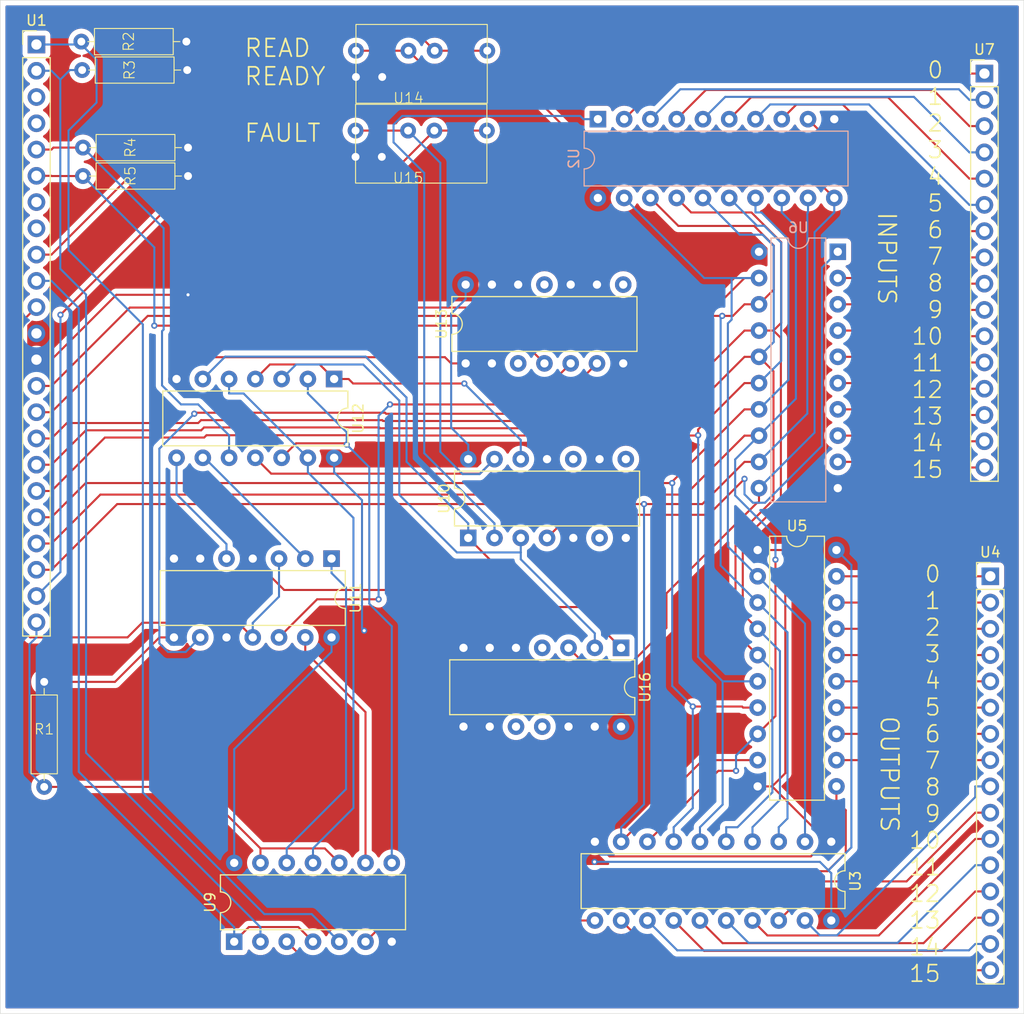
<source format=kicad_pcb>
(kicad_pcb (version 20240108) (generator "pcbnew") (generator_version "8.0")
  (layers (0 "F.Cu" signal) (31 "B.Cu" signal) (34 "B.Paste" user) (35 "F.Paste" user) (36 "B.SilkS" user "B.Silkscreen") (37 "F.SilkS" user "F.Silkscreen") (38 "B.Mask" user) (39 "F.Mask" user) (44 "Edge.Cuts" user))
  (net 0 "")
  (net 1 "Net-(U1-ENABLE)")
  (net 2 "Net-(U1-GND)")
  (net 3 "Net-(U1-READ_0)")
  (net 4 "Net-(U1-READ_1)")
  (net 5 "Net-(U1-WRITE_0)")
  (net 6 "Net-(U1-WRITE_1)")
  (net 8 "Net-(U1-D1)")
  (net 9 "Net-(U1-FAULT)")
  (net 11 "Net-(U1-CLK_A)")
  (net 12 "Net-(U1-D4)")
  (net 13 "Net-(U1-D0)")
  (net 15 "Net-(U1-CLK_B)")
  (net 16 "Net-(U1-READ_READY)")
  (net 17 "Net-(U1-D2)")
  (net 19 "Net-(U1-D5)")
  (net 20 "Net-(U1-V+)")
  (net 21 "Net-(U1-D7)")
  (net 22 "Net-(U1-D6)")
  (net 23 "Net-(U1-D3)")
  (net 24 "Net-(U2-D6)")
  (net 25 "Net-(U2-D7)")
  (net 26 "Net-(U2-D5)")
  (net 27 "Net-(U2-D3)")
  (net 28 "Net-(U2-D0)")
  (net 29 "Net-(U2-D4)")
  (net 30 "Net-(U2-D1)")
  (net 31 "Net-(U10-O0)")
  (net 32 "Net-(U14-IN)")
  (net 33 "Net-(U2-D2)")
  (net 34 "Net-(U3-Q6)")
  (net 35 "Net-(U3-Q4)")
  (net 36 "Net-(U3-CLK)")
  (net 37 "Net-(U3-Q3)")
  (net 38 "Net-(U3-Q1)")
  (net 39 "Net-(U3-Q0)")
  (net 40 "Net-(U3-Q7)")
  (net 41 "Net-(U3-Q2)")
  (net 42 "Net-(U3-Q5)")
  (net 43 "Net-(U4-7)")
  (net 44 "Net-(U4-6)")
  (net 45 "Net-(U4-5)")
  (net 46 "Net-(U4-2)")
  (net 47 "Net-(U4-3)")
  (net 48 "Net-(U4-0)")
  (net 49 "Net-(U4-4)")
  (net 50 "Net-(U4-1)")
  (net 51 "Net-(U5-CLK)")
  (net 52 "Net-(U6-D6)")
  (net 53 "Net-(U6-D0)")
  (net 54 "Net-(U6-D2)")
  (net 55 "Net-(U6-D7)")
  (net 56 "Net-(U6-D4)")
  (net 57 "Net-(U6-D3)")
  (net 58 "Net-(U6-D1)")
  (net 59 "Net-(U10-O1)")
  (net 60 "Net-(U6-D5)")
  (net 61 "Net-(U12-2B)")
  (net 62 "Net-(U11-0Q)")
  (net 63 "Net-(U11-1Q)")
  (net 64 "Net-(U12-1B)")
  (net 66 "Net-(U10-I0)")
  (net 67 "Net-(U10-I1)")
  (net 69 "Net-(U10-I5)")
  (net 71 "Net-(U10-O5)")
  (net 72 "Net-(U11-0D)")
  (net 73 "Net-(U11-1D)")
  (net 74 "Net-(U11-1Q3)")
  (net 75 "Net-(U11-0Q#)")
  (footprint "custom_footprint_library:0.4_pitch_resistor" (layer "F.Cu") (at 73.08 36.5 90)
    (property "Reference" "R5")
    (property "Value" "10k")
  )
  (footprint "custom_footprint_library:0.4_pitch_resistor" (layer "F.Cu") (at 64.25 90.5)
    (property "Reference" "R1")
    (property "Value" "10k")
  )
  (footprint "Package_DIP:DIP-20_W7.62mm" (layer "F.Cu") (at 140.37 100.88 -90)
    (property "Reference" "U3")
    (property "Value" "~")
  )
  (footprint "Package_DIP:DIP-14_W7.62mm" (layer "F.Cu") (at 105.01 54.62 90)
    (property "Reference" "U13")
    (property "Value" "~")
  )
  (footprint "custom_footprint_library:jumper" (layer "F.Cu") (at 99.443 37.185)
    (property "Reference" "U15")
    (property "Value" "~")
  )
  (footprint "Connector_PinHeader_2.54mm:PinHeader_1x16_P2.54mm_Vertical" (layer "F.Cu") (at 155.75 75.21)
    (property "Reference" "U4")
    (property "Value" "~")
  )
  (footprint "custom_footprint_library:0.4_pitch_resistor" (layer "F.Cu") (at 72.92 23.5 90)
    (property "Reference" "R2")
    (property "Value" "10k")
  )
  (footprint "Package_DIP:DIP-14_W7.62mm" (layer "F.Cu") (at 105.26 71.5 90)
    (property "Reference" "U10")
    (property "Value" "~")
  )
  (footprint "Connector_PinHeader_2.54mm:PinHeader_1x16_P2.54mm_Vertical" (layer "F.Cu") (at 155.18 26.59)
    (property "Reference" "U7")
    (property "Value" "~")
  )
  (footprint "custom_footprint_library:0.4_pitch_resistor" (layer "F.Cu") (at 73.08 33.75 90)
    (property "Reference" "R4")
    (property "Value" "10k")
  )
  (footprint "Package_DIP:DIP-14_W7.62mm" (layer "F.Cu") (at 92.04 73.5 -90)
    (property "Reference" "U11")
    (property "Value" "~")
  )
  (footprint "Connector_PinHeader_2.54mm:PinHeader_1x23_P2.54mm_Vertical" (layer "F.Cu") (at 63.5 23.78)
    (property "Reference" "U1")
    (property "Value" "~")
  )
  (footprint "custom_footprint_library:jumper" (layer "F.Cu") (at 99.48 29.46)
    (property "Reference" "U14")
    (property "Value" "~")
  )
  (footprint "custom_footprint_library:0.4_pitch_resistor" (layer "F.Cu") (at 73 26.25 90)
    (property "Reference" "R3")
    (property "Value" "10k")
  )
  (footprint "Package_DIP:DIP-20_W7.62mm" (layer "F.Cu") (at 133.25 72.67)
    (property "Reference" "U5")
    (property "Value" "~")
  )
  (footprint "Package_DIP:DIP-14_W7.62mm" (layer "F.Cu") (at 120.04 82.13 -90)
    (property "Reference" "U16")
    (property "Value" "~")
  )
  (footprint "Package_DIP:DIP-14_W7.62mm" (layer "F.Cu") (at 92.29 56.13 -90)
    (property "Reference" "U12")
    (property "Value" "~")
  )
  (footprint "Package_DIP:DIP-14_W7.62mm" (layer "F.Cu") (at 82.625 110.55 90)
    (property "Reference" "U9")
    (property "Value" "~")
  )
  (footprint "Package_DIP:DIP-20_W7.62mm" (layer "B.Cu") (at 141 43.825 180)
    (property "Reference" "U6")
    (property "Value" "~")
  )
  (footprint "Package_DIP:DIP-20_W7.62mm" (layer "B.Cu") (at 117.8 31 -90)
    (property "Reference" "U2")
    (property "Value" "~")
  )
  (gr_rect (start 60 19.5) (end 159 117.5) (stroke (width 0.05)) (fill none) (layer "Edge.Cuts"))
  (gr_text "OUTPUTS" (at 145 88.61 -90) (layer "F.SilkS") (effects (font (size 1.7 1.7) (thickness 0.17)) (justify left bottom)))
  (gr_text "INPUTS" (at 144.75 39.86 270) (layer "F.SilkS") (effects (font (size 1.7 1.7) (thickness 0.17)) (justify left bottom)))
  (gr_text_box "0\n1\n2\n3\n4\n5\n6\n7\n8\n9\n10\n11\n12\n13\n14\n15" (start 146.75 24.11) (end 152.5 65.89) (layer "F.SilkS") (effects (font (size 1.6 1.6) (thickness 0.16)) (justify right top)) (border no))
  (gr_text_box "READ READY\n\nFAULT" (start 82.233 21.855) (end 94.363 37.185) (layer "F.SilkS") (effects (font (size 1.7 1.7) (thickness 0.17)) (justify left top)) (border no) (stroke (width 0.1)))
  (gr_text_box "0\n1\n2\n3\n4\n5\n6\n7\n8\n9\n10\n11\n12\n13\n14\n15" (start 146.5 72.86) (end 152.25 114.64) (layer "F.SilkS") (effects (font (size 1.6 1.6) (thickness 0.16)) (justify right top)) (border no))
  (segment (start 85.165 102.93) (end 85.165 101.5283) (width 0.2) (layer "F.Cu") (net 1))
  (segment (start 85.165 101.5283) (end 91.3833 101.5283) (width 0.2) (layer "F.Cu") (net 1))
  (segment (start 79.2167 95.58) (end 85.165 101.5283) (width 0.2) (layer "F.Cu") (net 1))
  (segment (start 91.3833 101.5283) (end 92.785 102.93) (width 0.2) (layer "F.Cu") (net 1))
  (segment (start 64.25 95.58) (end 79.2167 95.58) (width 0.2) (layer "F.Cu") (net 1))
  (segment (start 63.5 79.66) (end 63.5 81.1117) (width 0.2) (layer "B.Cu") (net 1))
  (segment (start 64.25 95.58) (end 62.8281 94.1581) (width 0.2) (layer "B.Cu") (net 1))
  (segment (start 62.8281 81.7836) (end 63.5 81.1117) (width 0.2) (layer "B.Cu") (net 1))
  (segment (start 62.8281 94.1581) (end 62.8281 81.7836) (width 0.2) (layer "B.Cu") (net 1))
  (segment (start 76.8 73.5) (end 78.2017 73.5) (width 0.2) (layer "F.Cu") (net 2))
  (segment (start 133.25 72.67) (end 134.6517 72.67) (width 0.2) (layer "F.Cu") (net 2))
  (segment (start 107.34 89.75) (end 108.7458 88.3442) (width 0.2) (layer "F.Cu") (net 2))
  (segment (start 71.2269 47.9848) (end 78.16 47.9848) (width 0.2) (layer "F.Cu") (net 2))
  (segment (start 71.0983 85.42) (end 75.3983 81.12) (width 0.2) (layer "F.Cu") (net 2))
  (segment (start 107.55 47) (end 108.9517 47) (width 0.2) (layer "F.Cu") (net 2))
  (segment (start 115.17 47) (end 113.7599 48.4101) (width 0.2) (layer "F.Cu") (net 2))
  (segment (start 104.8 82.13) (end 107.34 82.13) (width 0.2) (layer "F.Cu") (net 2))
  (segment (start 97.8016 76.5333) (end 87.4533 76.5333) (width 0.2) (layer "F.Cu") (net 2))
  (segment (start 108.7458 88.3442) (end 113.5542 88.3442) (width 0.2) (layer "F.Cu") (net 2))
  (segment (start 135.9241 94.2576) (end 134.6517 95.53) (width 0.2) (layer "F.Cu") (net 2))
  (segment (start 87.4533 76.5333) (end 84.42 73.5) (width 0.2) (layer "F.Cu") (net 2))
  (segment (start 133.25 95.53) (end 134.6517 95.53) (width 0.2) (layer "F.Cu") (net 2))
  (segment (start 134.6517 72.67) (end 135.9241 72.67) (width 0.2) (layer "F.Cu") (net 2))
  (segment (start 78.08 26.25) (end 78 26.17) (width 0.2) (layer "F.Cu") (net 2))
  (segment (start 103.3983 82.13) (end 97.8016 76.5333) (width 0.2) (layer "F.Cu") (net 2))
  (segment (start 111.5001 48.4101) (end 110.09 47) (width 0.2) (layer "F.Cu") (net 2))
  (segment (start 139.8113 100.6896) (end 134.6517 95.53) (width 0.2) (layer "F.Cu") (net 2))
  (segment (start 104.8 89.75) (end 106.2017 89.75) (width 0.2) (layer "F.Cu") (net 2))
  (segment (start 78 26.17) (end 78 23.5) (width 0.2) (layer "F.Cu") (net 2))
  (segment (start 107.34 82.13) (end 109.88 82.13) (width 0.2) (layer "F.Cu") (net 2))
  (segment (start 64.9517 54.26) (end 71.2269 47.9848) (width 0.2) (layer "F.Cu") (net 2))
  (segment (start 110.09 47) (end 108.9517 47) (width 0.2) (layer "F.Cu") (net 2))
  (segment (start 79.34 73.5) (end 78.2017 73.5) (width 0.2) (layer "F.Cu") (net 2))
  (segment (start 115.17 47) (end 117.71 47) (width 0.2) (layer "F.Cu") (net 2))
  (segment (start 79.1585 54.0215) (end 77.05 56.13) (width 0.2) (layer "F.Cu") (net 2))
  (segment (start 107.34 89.75) (end 106.2017 89.75) (width 0.2) (layer "F.Cu") (net 2))
  (segment (start 139.8113 100.881) (end 139.8113 100.88) (width 0.2) (layer "F.Cu") (net 2))
  (segment (start 105.01 54.62) (end 103.6083 54.62) (width 0.2) (layer "F.Cu") (net 2))
  (segment (start 117.51 100.88) (end 118.928 102.298) (width 0.2) (layer "F.Cu") (net 2))
  (segment (start 139.8113 100.88) (end 139.8113 100.6896) (width 0.2) (layer "F.Cu") (net 2))
  (segment (start 113.7599 48.4101) (end 111.5001 48.4101) (width 0.2) (layer "F.Cu") (net 2))
  (segment (start 135.9241 72.67) (end 135.9241 94.2576) (width 0.2) (layer "F.Cu") (net 2))
  (segment (start 96.903 34.645) (end 94.363 34.645) (width 0.2) (layer "F.Cu") (net 2))
  (segment (start 114.96 89.75) (end 116.0983 89.75) (width 0.2) (layer "F.Cu") (net 2))
  (segment (start 63.5 54.26) (end 64.9517 54.26) (width 0.2) (layer "F.Cu") (net 2))
  (segment (start 141 66.685) (end 139.5983 66.685) (width 0.2) (layer "F.Cu") (net 2))
  (segment (start 103.0098 54.0215) (end 79.1585 54.0215) (width 0.2) (layer "F.Cu") (net 2))
  (segment (start 118.928 102.298) (end 138.3943 102.298) (width 0.2) (layer "F.Cu") (net 2))
  (segment (start 117.5 89.75) (end 116.0983 89.75) (width 0.2) (layer "F.Cu") (net 2))
  (segment (start 107.55 54.62) (end 105.01 54.62) (width 0.2) (layer "F.Cu") (net 2))
  (segment (start 138.3943 102.298) (end 139.8113 100.881) (width 0.2) (layer "F.Cu") (net 2))
  (segment (start 135.9241 72.67) (end 139.5983 68.9958) (width 0.2) (layer "F.Cu") (net 2))
  (segment (start 76.8 81.12) (end 75.3983 81.12) (width 0.2) (layer "F.Cu") (net 2))
  (segment (start 104.8 82.13) (end 103.3983 82.13) (width 0.2) (layer "F.Cu") (net 2))
  (segment (start 139.8113 100.88) (end 140.37 100.88) (width 0.2) (layer "F.Cu") (net 2))
  (segment (start 139.5983 68.9958) (end 139.5983 66.685) (width 0.2) (layer "F.Cu") (net 2))
  (segment (start 103.6083 54.62) (end 103.0098 54.0215) (width 0.2) (layer "F.Cu") (net 2))
  (segment (start 113.5542 88.3442) (end 114.96 89.75) (width 0.2) (layer "F.Cu") (net 2))
  (segment (start 64.25 85.42) (end 71.0983 85.42) (width 0.2) (layer "F.Cu") (net 2))
  (via (at 78.16 47.9848) (size 0.6) (drill 0.3) (layers "F.Cu" "B.Cu") (net 2))
  (segment (start 76.8 81.12) (end 76.8 79.7183) (width 0.2) (layer "B.Cu") (net 2))
  (segment (start 78.16 53.6183) (end 78.16 47.9848) (width 0.2) (layer "B.Cu") (net 2))
  (segment (start 80.7417 78.58) (end 81.88 79.7183) (width 0.2) (layer "B.Cu") (net 2))
  (segment (start 78.16 26.33) (end 78.16 33.75) (width 0.2) (layer "B.Cu") (net 2))
  (segment (start 119.0983 70.0983) (end 117.2592 68.2592) (width 0.2) (layer "B.Cu") (net 2))
  (segment (start 114.9825 65.9825) (end 112.88 63.88) (width 0.2) (layer "B.Cu") (net 2))
  (segment (start 142.4393 65.2457) (end 142.4393 34.181) (width 0.2) (layer "B.Cu") (net 2))
  (segment (start 120.5 70.0983) (end 119.0983 70.0983) (width 0.2) (layer "B.Cu") (net 2))
  (segment (start 120.25 54.62) (end 120.25 56.0217) (width 0.2) (layer "B.Cu") (net 2))
  (segment (start 117.96 63.88) (end 117.96 65.2817) (width 0.2) (layer "B.Cu") (net 2))
  (segment (start 117.5 88.3483) (end 121.4417 84.4066) (width 0.2) (layer "B.Cu") (net 2))
  (segment (start 78.16 34.645) (end 94.363 34.645) (width 0.2) (layer "B.Cu") (net 2))
  (segment (start 78.16 47.9848) (end 78.16 36.5) (width 0.2) (layer "B.Cu") (net 2))
  (segment (start 78.16 34.645) (end 78.16 36.5) (width 0.2) (layer "B.Cu") (net 2))
  (segment (start 77.05 56.13) (end 77.05 54.7283) (width 0.2) (layer "B.Cu") (net 2))
  (segment (start 117.5 89.75) (end 117.5 88.3483) (width 0.2) (layer "B.Cu") (net 2))
  (segment (start 84.42 73.5) (end 84.42 74.9017) (width 0.2) (layer "B.Cu") (net 2))
  (segment (start 107.55 47) (end 107.55 54.62) (width 0.2) (layer "B.Cu") (net 2))
  (segment (start 97.865 110.55) (end 97.865 109.1483) (width 0.2) (layer "B.Cu") (net 2))
  (segment (start 121.4417 84.4066) (end 121.4417 73.8434) (width 0.2) (layer "B.Cu") (net 2))
  (segment (start 120.5 71.5) (end 120.5 70.0983) (width 0.2) (layer "B.Cu") (net 2))
  (segment (start 117.51 99.4783) (end 117.5 99.4683) (width 0.2) (layer "B.Cu") (net 2))
  (segment (start 94.437 26.957) (end 94.4 26.92) (width 0.2) (layer "B.Cu") (net 2))
  (segment (start 79.34 77.1783) (end 80.7417 78.58) (width 0.2) (layer "B.Cu") (net 2))
  (segment (start 79.34 73.5) (end 79.34 74.9017) (width 0.2) (layer "B.Cu") (net 2))
  (segment (start 117.2591 68.2592) (end 117.2592 68.2592) (width 0.2) (layer "B.Cu") (net 2))
  (segment (start 104.8 89.75) (end 104.8 82.13) (width 0.2) (layer "B.Cu") (net 2))
  (segment (start 77.05 54.7283) (end 78.16 53.6183) (width 0.2) (layer "B.Cu") (net 2))
  (segment (start 117.51 100.88) (end 117.51 99.4783) (width 0.2) (layer "B.Cu") (net 2))
  (segment (start 81.88 81.12) (end 81.88 79.7183) (width 0.2) (layer "B.Cu") (net 2))
  (segment (start 76.8 79.7183) (end 79.34 77.1783) (width 0.2) (layer "B.Cu") (net 2))
  (segment (start 117.2592 65.9825) (end 117.96 65.2817) (width 0.2) (layer "B.Cu") (net 2))
  (segment (start 96.903 26.957) (end 96.94 26.92) (width 0.2) (layer "B.Cu") (net 2))
  (segment (start 142.4393 34.181) (end 140.66 32.4017) (width 0.2) (layer "B.Cu") (net 2))
  (segment (start 79.34 77.1783) (end 79.34 74.9017) (width 0.2) (layer "B.Cu") (net 2))
  (segment (start 120.5 71.5) (end 120.5 72.9017) (width 0.2) (layer "B.Cu") (net 2))
  (segment (start 117.96 58.3117) (end 117.96 63.88) (width 0.2) (layer "B.Cu") (net 2))
  (segment (start 117.71 48.4017) (end 120.25 50.9417) (width 0.2) (layer "B.Cu") (net 2))
  (segment (start 140.66 31) (end 140.66 32.4017) (width 0.2) (layer "B.Cu") (net 2))
  (segment (start 78.16 33.75) (end 78.16 34.645) (width 0.2) (layer "B.Cu") (net 2))
  (segment (start 115.42 70.0983) (end 117.2591 68.2592) (width 0.2) (layer "B.Cu") (net 2))
  (segment (start 78.08 26.25) (end 78.16 26.33) (width 0.2) (layer "B.Cu") (net 2))
  (segment (start 117.71 47) (end 117.71 48.4017) (width 0.2) (layer "B.Cu") (net 2))
  (segment (start 141 66.685) (end 142.4393 65.2457) (width 0.2) (layer "B.Cu") (net 2))
  (segment (start 97.865 109.1483) (end 104.8 102.2133) (width 0.2) (layer "B.Cu") (net 2))
  (segment (start 80.7417 78.58) (end 84.42 74.9017) (width 0.2) (layer "B.Cu") (net 2))
  (segment (start 96.903 26.957) (end 96.903 34.645) (width 0.2) (layer "B.Cu") (net 2))
  (segment (start 120.25 56.0217) (end 117.96 58.3117) (width 0.2) (layer "B.Cu") (net 2))
  (segment (start 115.42 71.5) (end 115.42 70.0983) (width 0.2) (layer "B.Cu") (net 2))
  (segment (start 121.4417 73.8434) (end 120.5 72.9017) (width 0.2) (layer "B.Cu") (net 2))
  (segment (start 120.25 50.9417) (end 120.25 54.62) (width 0.2) (layer "B.Cu") (net 2))
  (segment (start 117.2592 65.9825) (end 114.9825 65.9825) (width 0.2) (layer "B.Cu") (net 2))
  (segment (start 96.903 26.957) (end 94.437 26.957) (width 0.2) (layer "B.Cu") (net 2))
  (segment (start 104.8 102.2133) (end 104.8 89.75) (width 0.2) (layer "B.Cu") (net 2))
  (segment (start 117.5 99.4683) (end 117.5 89.75) (width 0.2) (layer "B.Cu") (net 2))
  (segment (start 117.2592 68.2592) (end 117.2592 65.9825) (width 0.2) (layer "B.Cu") (net 2))
  (segment (start 67.84 23.78) (end 69.3156 25.2556) (width 0.2) (layer "B.Cu") (net 3))
  (segment (start 66.6026 43.6656) (end 73.7902 50.8532) (width 0.2) (layer "B.Cu") (net 3))
  (segment (start 69.3156 29.3872) (end 66.6026 32.1002) (width 0.2) (layer "B.Cu") (net 3))
  (segment (start 66.6026 32.1002) (end 66.6026 43.6656) (width 0.2) (layer "B.Cu") (net 3))
  (segment (start 73.7902 50.8532) (end 73.7902 96.1267) (width 0.2) (layer "B.Cu") (net 3))
  (segment (start 85.5433 107.8798) (end 90.1148 107.8798) (width 0.2) (layer "B.Cu") (net 3))
  (segment (start 90.1148 107.8798) (end 92.785 110.55) (width 0.2) (layer "B.Cu") (net 3))
  (segment (start 67.84 23.78) (end 67.84 23.5) (width 0.2) (layer "B.Cu") (net 3))
  (segment (start 67.84 23.78) (end 64.9517 23.78) (width 0.2) (layer "B.Cu") (net 3))
  (segment (start 63.5 23.78) (end 64.9517 23.78) (width 0.2) (layer "B.Cu") (net 3))
  (segment (start 73.7902 96.1267) (end 85.5433 107.8798) (width 0.2) (layer "B.Cu") (net 3))
  (segment (start 69.3156 25.2556) (end 69.3156 29.3872) (width 0.2) (layer "B.Cu") (net 3))
  (segment (start 68.2986 92.2819) (end 85.165 109.1483) (width 0.2) (layer "B.Cu") (net 4))
  (segment (start 66.7312 26.25) (end 65.8065 27.1747) (width 0.2) (layer "B.Cu") (net 4))
  (segment (start 68.2986 47.9624) (end 68.2986 92.2819) (width 0.2) (layer "B.Cu") (net 4))
  (segment (start 65.8064 45.4702) (end 68.2986 47.9624) (width 0.2) (layer "B.Cu") (net 4))
  (segment (start 85.165 110.55) (end 85.165 109.1483) (width 0.2) (layer "B.Cu") (net 4))
  (segment (start 63.5 26.32) (end 64.9517 26.32) (width 0.2) (layer "B.Cu") (net 4))
  (segment (start 65.8065 27.1747) (end 65.8064 27.1748) (width 0.2) (layer "B.Cu") (net 4))
  (segment (start 67.92 26.25) (end 66.7312 26.25) (width 0.2) (layer "B.Cu") (net 4))
  (segment (start 65.8064 27.1748) (end 65.8064 45.4702) (width 0.2) (layer "B.Cu") (net 4))
  (segment (start 64.9517 26.32) (end 65.8065 27.1747) (width 0.2) (layer "B.Cu") (net 4))
  (segment (start 65.1417 33.75) (end 64.9517 33.94) (width 0.2) (layer "F.Cu") (net 5))
  (segment (start 63.5 33.94) (end 64.9517 33.94) (width 0.2) (layer "F.Cu") (net 5))
  (segment (start 68 33.75) (end 65.1417 33.75) (width 0.2) (layer "F.Cu") (net 5))
  (segment (start 79.1403 58.5851) (end 77.4838 58.5851) (width 0.2) (layer "B.Cu") (net 5))
  (segment (start 82.13 62.3483) (end 82.13 61.5748) (width 0.2) (layer "B.Cu") (net 5))
  (segment (start 75.8022 51.3447) (end 75.8022 41.5522) (width 0.2) (layer "B.Cu") (net 5))
  (segment (start 75.6457 56.747) (end 75.6457 51.5012) (width 0.2) (layer "B.Cu") (net 5))
  (segment (start 75.6457 51.5012) (end 75.8022 51.3447) (width 0.2) (layer "B.Cu") (net 5))
  (segment (start 77.4838 58.5851) (end 75.6457 56.747) (width 0.2) (layer "B.Cu") (net 5))
  (segment (start 75.8022 41.5522) (end 68 33.75) (width 0.2) (layer "B.Cu") (net 5))
  (segment (start 82.13 61.5748) (end 79.1403 58.5851) (width 0.2) (layer "B.Cu") (net 5))
  (segment (start 82.13 63.75) (end 82.13 62.3483) (width 0.2) (layer "B.Cu") (net 5))
  (segment (start 63.5 36.48) (end 64.9517 36.48) (width 0.2) (layer "F.Cu") (net 6))
  (segment (start 64.9717 36.5) (end 64.9517 36.48) (width 0.2) (layer "F.Cu") (net 6))
  (segment (start 108.9812 50.9712) (end 112.63 54.62) (width 0.2) (layer "F.Cu") (net 6))
  (segment (start 68 36.5) (end 64.9717 36.5) (width 0.2) (layer "F.Cu") (net 6))
  (segment (start 74.9005 50.9712) (end 108.9812 50.9712) (width 0.2) (layer "F.Cu") (net 6))
  (via (at 74.9005 50.9712) (size 0.6) (drill 0.3) (layers "F.Cu" "B.Cu") (net 6))
  (segment (start 68 36.5) (end 74.9005 43.4005) (width 0.2) (layer "B.Cu") (net 6))
  (segment (start 74.9005 43.4005) (end 74.9005 50.9712) (width 0.2) (layer "B.Cu") (net 6))
  (segment (start 74.2659 50.0258) (end 64.9517 59.34) (width 0.2) (layer "F.Cu") (net 8))
  (segment (start 133.38 48.905) (end 131.9783 48.905) (width 0.2) (layer "F.Cu") (net 8))
  (segment (start 122.88 38.62) (end 125.5862 41.3262) (width 0.2) (layer "F.Cu") (net 8))
  (segment (start 134.8035 47.4815) (end 133.38 48.905) (width 0.2) (layer "F.Cu") (net 8))
  (segment (start 129.8206 50.0258) (end 74.2659 50.0258) (width 0.2) (layer "F.Cu") (net 8))
  (segment (start 132.9121 41.3262) (end 134.8035 43.2176) (width 0.2) (layer "F.Cu") (net 8))
  (segment (start 63.5 59.34) (end 64.9517 59.34) (width 0.2) (layer "F.Cu") (net 8))
  (segment (start 134.8035 43.2176) (end 134.8035 47.4815) (width 0.2) (layer "F.Cu") (net 8))
  (segment (start 125.5862 41.3262) (end 132.9121 41.3262) (width 0.2) (layer "F.Cu") (net 8))
  (segment (start 130.8575 50.0258) (end 129.8206 50.0258) (width 0.2) (layer "F.Cu") (net 8))
  (segment (start 131.9783 48.905) (end 130.8575 50.0258) (width 0.2) (layer "F.Cu") (net 8))
  (via (at 129.8206 50.0258) (size 0.6) (drill 0.3) (layers "F.Cu" "B.Cu") (net 8))
  (segment (start 129.6698 50.1766) (end 129.6698 74.1698) (width 0.2) (layer "B.Cu") (net 8))
  (segment (start 136.1377 98.6306) (end 136.1377 80.6377) (width 0.2) (layer "B.Cu") (net 8))
  (segment (start 135.29 100.88) (end 135.29 99.4783) (width 0.2) (layer "B.Cu") (net 8))
  (segment (start 129.8206 50.0258) (end 129.6698 50.1766) (width 0.2) (layer "B.Cu") (net 8))
  (segment (start 135.29 99.4783) (end 136.1377 98.6306) (width 0.2) (layer "B.Cu") (net 8))
  (segment (start 136.1377 80.6377) (end 133.25 77.75) (width 0.2) (layer "B.Cu") (net 8))
  (segment (start 129.6698 74.1698) (end 133.25 77.75) (width 0.2) (layer "B.Cu") (net 8))
  (segment (start 65.8222 49.9215) (end 76.4448 39.2989) (width 0.2) (layer "F.Cu") (net 9))
  (segment (start 76.4448 39.2989) (end 94.7891 39.2989) (width 0.2) (layer "F.Cu") (net 9))
  (segment (start 107.063 32.105) (end 101.983 32.105) (width 0.2) (layer "F.Cu") (net 9))
  (segment (start 94.7891 39.2989) (end 101.983 32.105) (width 0.2) (layer "F.Cu") (net 9))
  (via (at 65.8222 49.9215) (size 0.6) (drill 0.3) (layers "F.Cu" "B.Cu") (net 9))
  (segment (start 65.8222 74.7978) (end 65.8222 49.9215) (width 0.2) (layer "B.Cu") (net 9))
  (segment (start 63.5 77.12) (end 65.8222 74.7978) (width 0.2) (layer "B.Cu") (net 9))
  (segment (start 84.0436 109.1314) (end 88.8264 109.1314) (width 0.2) (layer "F.Cu") (net 11))
  (segment (start 82.625 110.55) (end 84.0436 109.1314) (width 0.2) (layer "F.Cu") (net 11))
  (segment (start 88.8264 109.1314) (end 90.245 110.55) (width 0.2) (layer "F.Cu") (net 11))
  (segment (start 63.5 46.64) (end 64.9517 46.64) (width 0.2) (layer "B.Cu") (net 11))
  (segment (start 67.5969 49.2852) (end 67.5969 94.1202) (width 0.2) (layer "B.Cu") (net 11))
  (segment (start 82.625 110.55) (end 82.625 109.1483) (width 0.2) (layer "B.Cu") (net 11))
  (segment (start 64.9517 46.64) (end 67.5969 49.2852) (width 0.2) (layer "B.Cu") (net 11))
  (segment (start 67.5969 94.1202) (end 82.625 109.1483) (width 0.2) (layer "B.Cu") (net 11))
  (segment (start 127.4935 61.0098) (end 131.9783 56.525) (width 0.2) (layer "F.Cu") (net 12))
  (segment (start 96.4165 61.5678) (end 96.4441 61.5954) (width 0.2) (layer "F.Cu") (net 12))
  (segment (start 133.38 56.525) (end 131.9783 56.525) (width 0.2) (layer "F.Cu") (net 12))
  (segment (start 63.5 66.96) (end 64.9517 66.96) (width 0.2) (layer "F.Cu") (net 12))
  (segment (start 79.7215 61.7919) (end 79.9456 61.5678) (width 0.2) (layer "F.Cu") (net 12))
  (segment (start 64.9517 66.96) (end 70.1198 61.7919) (width 0.2) (layer "F.Cu") (net 12))
  (segment (start 79.9456 61.5678) (end 96.4165 61.5678) (width 0.2) (layer "F.Cu") (net 12))
  (segment (start 96.4441 61.5954) (end 127.4659 61.5954) (width 0.2) (layer "F.Cu") (net 12))
  (segment (start 127.4659 61.5954) (end 127.4935 61.5678) (width 0.2) (layer "F.Cu") (net 12))
  (segment (start 70.1198 61.7919) (end 79.7215 61.7919) (width 0.2) (layer "F.Cu") (net 12))
  (segment (start 127.4935 61.5678) (end 127.4935 61.0098) (width 0.2) (layer "F.Cu") (net 12))
  (via (at 127.4935 61.5678) (size 0.6) (drill 0.3) (layers "F.Cu" "B.Cu") (net 12))
  (segment (start 129.8634 85.37) (end 131.8483 85.37) (width 0.2) (layer "B.Cu") (net 12))
  (segment (start 133.38 56.525) (end 135.5231 54.3819) (width 0.2) (layer "B.Cu") (net 12))
  (segment (start 127.67 100.88) (end 127.67 99.4783) (width 0.2) (layer "B.Cu") (net 12))
  (segment (start 135.5231 42.9472) (end 133.8854 41.3095) (width 0.2) (layer "B.Cu") (net 12))
  (segment (start 133.8854 41.3095) (end 133.1895 41.3095) (width 0.2) (layer "B.Cu") (net 12))
  (segment (start 129.8634 85.37) (end 129.8634 97.2849) (width 0.2) (layer "B.Cu") (net 12))
  (segment (start 133.1895 41.3095) (end 130.5 38.62) (width 0.2) (layer "B.Cu") (net 12))
  (segment (start 135.5231 54.3819) (end 135.5231 42.9472) (width 0.2) (layer "B.Cu") (net 12))
  (segment (start 127.4935 83.0001) (end 127.4935 61.5678) (width 0.2) (layer "B.Cu") (net 12))
  (segment (start 129.8634 85.37) (end 127.4935 83.0001) (width 0.2) (layer "B.Cu") (net 12))
  (segment (start 133.25 85.37) (end 131.8483 85.37) (width 0.2) (layer "B.Cu") (net 12))
  (segment (start 129.8634 97.2849) (end 127.67 99.4783) (width 0.2) (layer "B.Cu") (net 12))
  (segment (start 133.38 46.365) (end 131.9783 46.365) (width 0.2) (layer "F.Cu") (net 13))
  (segment (start 129.1223 49.221) (end 131.9783 46.365) (width 0.2) (layer "F.Cu") (net 13))
  (segment (start 64.9517 56.8) (end 72.5306 49.2211) (width 0.2) (layer "F.Cu") (net 13))
  (segment (start 129.1223 49.2211) (end 129.1223 49.221) (width 0.2) (layer "F.Cu") (net 13))
  (segment (start 63.5 56.8) (end 64.9517 56.8) (width 0.2) (layer "F.Cu") (net 13))
  (segment (start 72.5306 49.2211) (end 129.1223 49.2211) (width 0.2) (layer "F.Cu") (net 13))
  (segment (start 130.7333 46.365) (end 130.7333 50.3883) (width 0.2) (layer "B.Cu") (net 13))
  (segment (start 130.3715 50.7501) (end 130.3715 72.3315) (width 0.2) (layer "B.Cu") (net 13))
  (segment (start 137.83 79.79) (end 133.25 75.21) (width 0.2) (layer "B.Cu") (net 13))
  (segment (start 130.3715 72.3315) (end 133.25 75.21) (width 0.2) (layer "B.Cu") (net 13))
  (segment (start 128.085 46.365) (end 120.34 38.62) (width 0.2) (layer "B.Cu") (net 13))
  (segment (start 130.7333 46.365) (end 128.085 46.365) (width 0.2) (layer "B.Cu") (net 13))
  (segment (start 137.83 100.88) (end 137.83 79.79) (width 0.2) (layer "B.Cu") (net 13))
  (segment (start 133.38 46.365) (end 130.7333 46.365) (width 0.2) (layer "B.Cu") (net 13))
  (segment (start 130.7333 50.3883) (end 130.3715 50.7501) (width 0.2) (layer "B.Cu") (net 13))
  (segment (start 83.0002 79.7002) (end 84.42 81.12) (width 0.2) (layer "F.Cu") (net 15))
  (segment (start 62.897 81.1173) (end 72.3108 81.1173) (width 0.2) (layer "F.Cu") (net 15))
  (segment (start 62.0086 50.6714) (end 62.0086 80.2289) (width 0.2) (layer "F.Cu") (net 15))
  (segment (start 62.0086 80.2289) (end 62.897 81.1173) (width 0.2) (layer "F.Cu") (net 15))
  (segment (start 72.3108 81.1173) (end 73.7279 79.7002) (width 0.2) (layer "F.Cu") (net 15))
  (segment (start 63.5 49.18) (end 62.0086 50.6714) (width 0.2) (layer "F.Cu") (net 15))
  (segment (start 73.7279 79.7002) (end 83.0002 79.7002) (width 0.2) (layer "F.Cu") (net 15))
  (segment (start 84.42 79.7183) (end 86.96 77.1783) (width 0.2) (layer "B.Cu") (net 15))
  (segment (start 86.96 77.1783) (end 86.96 73.5) (width 0.2) (layer "B.Cu") (net 15))
  (segment (start 84.42 81.12) (end 84.42 79.7183) (width 0.2) (layer "B.Cu") (net 15))
  (segment (start 63.5 44.1) (end 64.9517 44.1) (width 0.2) (layer "F.Cu") (net 16))
  (segment (start 107.1 24.38) (end 102.02 24.38) (width 0.2) (layer "F.Cu") (net 16))
  (segment (start 100.6045 22.9645) (end 102.02 24.38) (width 0.2) (layer "F.Cu") (net 16))
  (segment (start 64.9517 44.1) (end 86.0872 22.9645) (width 0.2) (layer "F.Cu") (net 16))
  (segment (start 86.0872 22.9645) (end 100.6045 22.9645) (width 0.2) (layer "F.Cu") (net 16))
  (segment (start 134.7817 51.445) (end 135.5284 50.6983) (width 0.2) (layer "F.Cu") (net 17))
  (segment (start 133.38 51.445) (end 131.9783 51.445) (width 0.2) (layer "F.Cu") (net 17))
  (segment (start 131.8114 78.8514) (end 131.8114 71.6271) (width 0.2) (layer "F.Cu") (net 17))
  (segment (start 96.9433 60.11) (end 97.0253 60.192) (width 0.2) (layer "F.Cu") (net 17))
  (segment (start 135.5284 50.6983) (end 135.5284 42.8997) (width 0.2) (layer "F.Cu") (net 17))
  (segment (start 135.5284 42.8997) (end 132.6514 40.0227) (width 0.2) (layer "F.Cu") (net 17))
  (segment (start 131.8114 71.6271) (end 132.1811 71.2574) (width 0.2) (layer "F.Cu") (net 17))
  (segment (start 132.305 71.2574) (end 135.4959 68.0665) (width 0.2) (layer "F.Cu") (net 17))
  (segment (start 66.4432 60.3885) (end 79.1403 60.3885) (width 0.2) (layer "F.Cu") (net 17))
  (segment (start 135.4959 52.1592) (end 134.7817 51.445) (width 0.2) (layer "F.Cu") (net 17))
  (segment (start 132.6514 40.0227) (end 126.8227 40.0227) (width 0.2) (layer "F.Cu") (net 17))
  (segment (start 64.9517 61.88) (end 66.4432 60.3885) (width 0.2) (layer "F.Cu") (net 17))
  (segment (start 79.4188 60.11) (end 96.9433 60.11) (width 0.2) (layer "F.Cu") (net 17))
  (segment (start 126.8227 40.0227) (end 125.42 38.62) (width 0.2) (layer "F.Cu") (net 17))
  (segment (start 132.1811 71.2574) (end 132.305 71.2574) (width 0.2) (layer "F.Cu") (net 17))
  (segment (start 133.25 80.29) (end 131.8114 78.8514) (width 0.2) (layer "F.Cu") (net 17))
  (segment (start 79.1403 60.3885) (end 79.4188 60.11) (width 0.2) (layer "F.Cu") (net 17))
  (segment (start 63.5 61.88) (end 64.9517 61.88) (width 0.2) (layer "F.Cu") (net 17))
  (segment (start 123.2313 60.192) (end 131.9783 51.445) (width 0.2) (layer "F.Cu") (net 17))
  (segment (start 133.38 51.445) (end 134.7817 51.445) (width 0.2) (layer "F.Cu") (net 17))
  (segment (start 97.0253 60.192) (end 123.2313 60.192) (width 0.2) (layer "F.Cu") (net 17))
  (segment (start 135.4959 68.0665) (end 135.4959 52.1592) (width 0.2) (layer "F.Cu") (net 17))
  (segment (start 135.4061 82.4461) (end 135.4061 96.8222) (width 0.2) (layer "B.Cu") (net 17))
  (segment (start 135.4061 96.8222) (end 132.75 99.4783) (width 0.2) (layer "B.Cu") (net 17))
  (segment (start 132.75 100.88) (end 132.75 99.4783) (width 0.2) (layer "B.Cu") (net 17))
  (segment (start 133.25 80.29) (end 135.4061 82.4461) (width 0.2) (layer "B.Cu") (net 17))
  (segment (start 133.38 59.065) (end 131.9783 59.065) (width 0.2) (layer "F.Cu") (net 19))
  (segment (start 124.9841 66.1925) (end 68.2592 66.1925) (width 0.2) (layer "F.Cu") (net 19))
  (segment (start 124.9841 66.0592) (end 131.9783 59.065) (width 0.2) (layer "F.Cu") (net 19))
  (segment (start 133.25 87.91) (end 131.8483 87.91) (width 0.2) (layer "F.Cu") (net 19))
  (segment (start 124.9841 66.1925) (end 124.9841 66.0592) (width 0.2) (layer "F.Cu") (net 19))
  (segment (start 63.5 69.5) (end 64.9517 69.5) (width 0.2) (layer "F.Cu") (net 19))
  (segment (start 131.7451 87.8068) (end 126.9767 87.8068) (width 0.2) (layer "F.Cu") (net 19))
  (segment (start 131.8483 87.91) (end 131.7451 87.8068) (width 0.2) (layer "F.Cu") (net 19))
  (segment (start 68.2592 66.1925) (end 64.9517 69.5) (width 0.2) (layer "F.Cu") (net 19))
  (via (at 126.9767 87.8068) (size 0.6) (drill 0.3) (layers "F.Cu" "B.Cu") (net 19))
  (via (at 124.9841 66.1925) (size 0.6) (drill 0.3) (layers "F.Cu" "B.Cu") (net 19))
  (segment (start 124.9841 85.8142) (end 124.9841 66.1925) (width 0.2) (layer "B.Cu") (net 19))
  (segment (start 126.9767 87.8068) (end 126.9767 97.6316) (width 0.2) (layer "B.Cu") (net 19))
  (segment (start 133.04 40.0217) (end 133.6228 40.0217) (width 0.2) (layer "B.Cu") (net 19))
  (segment (start 133.04 38.62) (end 133.04 40.0217) (width 0.2) (layer "B.Cu") (net 19))
  (segment (start 136.238 56.207) (end 133.38 59.065) (width 0.2) (layer "B.Cu") (net 19))
  (segment (start 125.13 100.88) (end 125.13 99.4783) (width 0.2) (layer "B.Cu") (net 19))
  (segment (start 126.9767 87.8068) (end 124.9841 85.8142) (width 0.2) (layer "B.Cu") (net 19))
  (segment (start 126.9767 97.6316) (end 125.13 99.4783) (width 0.2) (layer "B.Cu") (net 19))
  (segment (start 133.6228 40.0217) (end 136.238 42.6369) (width 0.2) (layer "B.Cu") (net 19))
  (segment (start 136.238 42.6369) (end 136.238 56.207) (width 0.2) (layer "B.Cu") (net 19))
  (segment (start 93.6917 63.75) (end 93.8217 63.88) (width 0.2) (layer "F.Cu") (net 20))
  (segment (start 65.3628 51.72) (end 70.0828 47) (width 0.2) (layer "F.Cu") (net 20))
  (segment (start 93.4417 81.12) (end 94.0952 80.4665) (width 0.2) (layer "F.Cu") (net 20))
  (segment (start 101.3323 86.6021) (end 116.8921 86.6021) (width 0.2) (layer "F.Cu") (net 20))
  (segment (start 120.04 89.75) (end 120.04 91.1517) (width 0.2) (layer "F.Cu") (net 20))
  (segment (start 117.8 38.62) (end 117.8 40.0217) (width 0.2) (layer "F.Cu") (net 20))
  (segment (start 117.4738 102.8272) (end 116.0837 101.4371) (width 0.2) (layer "F.Cu") (net 20))
  (segment (start 117.8 40.0217) (end 117.8 41.1769) (width 0.2) (layer "F.Cu") (net 20))
  (segment (start 95.1967 80.4665) (end 101.3323 86.6021) (width 0.2) (layer "F.Cu") (net 20))
  (segment (start 117.8 41.1769) (end 120.4481 43.825) (width 0.2) (layer "F.Cu") (net 20))
  (segment (start 105.26 63.88) (end 103.8583 63.88) (width 0.2) (layer "F.Cu") (net 20))
  (segment (start 133.38 43.825) (end 131.9783 43.825) (width 0.2) (layer "F.Cu") (net 20))
  (segment (start 116.0837 95.108) (end 120.04 91.1517) (width 0.2) (layer "F.Cu") (net 20))
  (segment (start 116.0837 101.4371) (end 116.0837 95.108) (width 0.2) (layer "F.Cu") (net 20))
  (segment (start 120.4481 43.825) (end 131.9783 43.825) (width 0.2) (layer "F.Cu") (net 20))
  (segment (start 94.0952 80.4665) (end 95.1967 80.4665) (width 0.2) (layer "F.Cu") (net 20))
  (segment (start 93.8217 63.88) (end 103.8583 63.88) (width 0.2) (layer "F.Cu") (net 20))
  (segment (start 92.29 63.75) (end 93.6917 63.75) (width 0.2) (layer "F.Cu") (net 20))
  (segment (start 116.8921 86.6021) (end 120.04 89.75) (width 0.2) (layer "F.Cu") (net 20))
  (segment (start 63.5 51.72) (end 64.9517 51.72) (width 0.2) (layer "F.Cu") (net 20))
  (segment (start 70.0828 47) (end 105.01 47) (width 0.2) (layer "F.Cu") (net 20))
  (segment (start 92.04 81.12) (end 93.4417 81.12) (width 0.2) (layer "F.Cu") (net 20))
  (segment (start 64.9517 51.72) (end 65.3628 51.72) (width 0.2) (layer "F.Cu") (net 20))
  (segment (start 110.8331 41.1769) (end 117.8 41.1769) (width 0.2) (layer "F.Cu") (net 20))
  (segment (start 105.01 47) (end 110.8331 41.1769) (width 0.2) (layer "F.Cu") (net 20))
  (via (at 117.4738 102.8272) (size 0.6) (drill 0.3) (layers "F.Cu" "B.Cu") (net 20))
  (via (at 95.1967 80.4665) (size 0.6) (drill 0.3) (layers "F.Cu" "B.Cu") (net 20))
  (segment (start 140.87 72.67) (end 142.3155 74.1155) (width 0.2) (layer "B.Cu") (net 20))
  (segment (start 105.01 47) (end 105.01 48.4017) (width 0.2) (layer "B.Cu") (net 20))
  (segment (start 103.6083 49.8034) (end 103.6083 60.8266) (width 0.2) (layer "B.Cu") (net 20))
  (segment (start 139.2694 102.8272) (end 140.0949 103.6526) (width 0.2) (layer "B.Cu") (net 20))
  (segment (start 142.3155 101.432) (end 140.0949 103.6526) (width 0.2) (layer "B.Cu") (net 20))
  (segment (start 103.6083 60.8266) (end 105.26 62.4783) (width 0.2) (layer "B.Cu") (net 20))
  (segment (start 140.37 103.9278) (end 140.37 108.5) (width 0.2) (layer "B.Cu") (net 20))
  (segment (start 142.3155 74.1155) (end 142.3155 101.432) (width 0.2) (layer "B.Cu") (net 20))
  (segment (start 92.29 65.1517) (end 94.987 67.8487) (width 0.2) (layer "B.Cu") (net 20))
  (segment (start 92.29 63.75) (end 92.29 65.1517) (width 0.2) (layer "B.Cu") (net 20))
  (segment (start 140.0949 103.6526) (end 140.37 103.9278) (width 0.2) (layer "B.Cu") (net 20))
  (segment (start 105.26 63.88) (end 105.26 62.4783) (width 0.2) (layer "B.Cu") (net 20))
  (segment (start 94.987 80.2568) (end 95.1967 80.4665) (width 0.2) (layer "B.Cu") (net 20))
  (segment (start 92.04 81.12) (end 92.04 82.5217) (width 0.2) (layer "B.Cu") (net 20))
  (segment (start 94.987 67.8487) (end 94.987 80.2568) (width 0.2) (layer "B.Cu") (net 20))
  (segment (start 105.01 48.4017) (end 103.6083 49.8034) (width 0.2) (layer "B.Cu") (net 20))
  (segment (start 92.04 82.5217) (end 82.625 91.9367) (width 0.2) (layer "B.Cu") (net 20))
  (segment (start 117.4738 102.8272) (end 139.2694 102.8272) (width 0.2) (layer "B.Cu") (net 20))
  (segment (start 82.625 91.9367) (end 82.625 102.93) (width 0.2) (layer "B.Cu") (net 20))
  (segment (start 120.05 100.88) (end 127.94 92.99) (width 0.2) (layer "F.Cu") (net 21))
  (segment (start 64.9517 74.58) (end 71.3056 68.2261) (width 0.2) (layer "F.Cu") (net 21))
  (segment (start 127.8972 68.2261) (end 131.9783 64.145) (width 0.2) (layer "F.Cu") (net 21))
  (segment (start 133.38 64.145) (end 131.9783 64.145) (width 0.2) (layer "F.Cu") (net 21))
  (segment (start 127.94 92.99) (end 133.25 92.99) (width 0.2) (layer "F.Cu") (net 21))
  (segment (start 122.2627 68.2261) (end 127.8972 68.2261) (width 0.2) (layer "F.Cu") (net 21))
  (segment (start 63.5 74.58) (end 64.9517 74.58) (width 0.2) (layer "F.Cu") (net 21))
  (segment (start 71.3056 68.2261) (end 122.2627 68.2261) (width 0.2) (layer "F.Cu") (net 21))
  (via (at 122.2627 68.2261) (size 0.6) (drill 0.3) (layers "F.Cu" "B.Cu") (net 21))
  (segment (start 138.0514 40.0903) (end 138.12 40.0217) (width 0.2) (layer "B.Cu") (net 21))
  (segment (start 120.05 100.88) (end 120.05 99.4783) (width 0.2) (layer "B.Cu") (net 21))
  (segment (start 138.0514 59.4736) (end 138.0514 40.0903) (width 0.2) (layer "B.Cu") (net 21))
  (segment (start 133.38 64.145) (end 138.0514 59.4736) (width 0.2) (layer "B.Cu") (net 21))
  (segment (start 138.12 38.62) (end 138.12 40.0217) (width 0.2) (layer "B.Cu") (net 21))
  (segment (start 122.2627 68.2261) (end 122.2627 97.2656) (width 0.2) (layer "B.Cu") (net 21))
  (segment (start 122.2627 97.2656) (end 120.05 99.4783) (width 0.2) (layer "B.Cu") (net 21))
  (segment (start 129.4466 94.0234) (end 131.1611 94.0234) (width 0.2) (layer "F.Cu") (net 22))
  (segment (start 126.2747 67.3086) (end 131.9783 61.605) (width 0.2) (layer "F.Cu") (net 22))
  (segment (start 134.9716 88.7284) (end 133.25 90.45) (width 0.2) (layer "F.Cu") (net 22))
  (segment (start 63.5 72.04) (end 64.9517 72.04) (width 0.2) (layer "F.Cu") (net 22))
  (segment (start 69.6831 67.3086) (end 126.2747 67.3086) (width 0.2) (layer "F.Cu") (net 22))
  (segment (start 122.59 100.88) (end 129.4466 94.0234) (width 0.2) (layer "F.Cu") (net 22))
  (segment (start 64.9517 72.04) (end 69.6831 67.3086) (width 0.2) (layer "F.Cu") (net 22))
  (segment (start 133.38 61.605) (end 131.9783 61.605) (width 0.2) (layer "F.Cu") (net 22))
  (segment (start 134.9716 73.6039) (end 134.9716 88.7284) (width 0.2) (layer "F.Cu") (net 22))
  (via (at 134.9716 73.6039) (size 0.6) (drill 0.3) (layers "F.Cu" "B.Cu") (net 22))
  (via (at 131.1611 94.0234) (size 0.6) (drill 0.3) (layers "F.Cu" "B.Cu") (net 22))
  (segment (start 133.38 61.605) (end 136.9497 58.0353) (width 0.2) (layer "B.Cu") (net 22))
  (segment (start 131.1611 92.5389) (end 133.25 90.45) (width 0.2) (layer "B.Cu") (net 22))
  (segment (start 131.1611 94.0234) (end 131.1611 92.5389) (width 0.2) (layer "B.Cu") (net 22))
  (segment (start 131.0747 67.391) (end 131.0747 63.9103) (width 0.2) (layer "B.Cu") (net 22))
  (segment (start 134.9716 71.2879) (end 131.0747 67.391) (width 0.2) (layer "B.Cu") (net 22))
  (segment (start 134.9716 73.6039) (end 134.9716 71.2879) (width 0.2) (layer "B.Cu") (net 22))
  (segment (start 136.9497 58.0353) (end 136.9497 41.3914) (width 0.2) (layer "B.Cu") (net 22))
  (segment (start 136.9497 41.3914) (end 135.58 40.0217) (width 0.2) (layer "B.Cu") (net 22))
  (segment (start 131.0747 63.9103) (end 133.38 61.605) (width 0.2) (layer "B.Cu") (net 22))
  (segment (start 135.58 38.62) (end 135.58 40.0217) (width 0.2) (layer "B.Cu") (net 22))
  (segment (start 63.5 64.42) (end 64.9517 64.42) (width 0.2) (layer "F.Cu") (net 23))
  (segment (start 134.7817 55.3867) (end 133.38 53.985) (width 0.2) (layer "F.Cu") (net 23))
  (segment (start 131.7668 70.5557) (end 132.0144 70.5557) (width 0.2) (layer "F.Cu") (net 23))
  (segment (start 125.0696 60.8937) (end 131.9783 53.985) (width 0.2) (layer "F.Cu") (net 23))
  (segment (start 64.9517 64.42) (end 68.2815 61.0902) (width 0.2) (layer "F.Cu") (net 23))
  (segment (start 68.2815 61.0902) (end 79.4309 61.0902) (width 0.2) (layer "F.Cu") (net 23))
  (segment (start 131.1082 71.2143) (end 131.7668 70.5557) (width 0.2) (layer "F.Cu") (net 23))
  (segment (start 133.38 53.985) (end 131.9783 53.985) (width 0.2) (layer "F.Cu") (net 23))
  (segment (start 79.4309 61.0902) (end 79.7079 60.8132) (width 0.2) (layer "F.Cu") (net 23))
  (segment (start 133.25 82.83) (end 131.1082 80.6882) (width 0.2) (layer "F.Cu") (net 23))
  (segment (start 134.7817 67.7884) (end 134.7817 55.3867) (width 0.2) (layer "F.Cu") (net 23))
  (segment (start 96.6542 60.8132) (end 96.7347 60.8937) (width 0.2) (layer "F.Cu") (net 23))
  (segment (start 79.7079 60.8132) (end 96.6542 60.8132) (width 0.2) (layer "F.Cu") (net 23))
  (segment (start 132.0144 70.5557) (end 134.7817 67.7884) (width 0.2) (layer "F.Cu") (net 23))
  (segment (start 96.7347 60.8937) (end 125.0696 60.8937) (width 0.2) (layer "F.Cu") (net 23))
  (segment (start 131.1082 80.6882) (end 131.1082 71.2143) (width 0.2) (layer "F.Cu") (net 23))
  (segment (start 134.8066 52.5584) (end 133.38 53.985) (width 0.2) (layer "B.Cu") (net 23))
  (segment (start 127.96 38.62) (end 131.512 42.172) (width 0.2) (layer "B.Cu") (net 23))
  (segment (start 133.7226 42.172) (end 134.8066 43.256) (width 0.2) (layer "B.Cu") (net 23))
  (segment (start 134.6729 84.2529) (end 134.6729 96.1093) (width 0.2) (layer "B.Cu") (net 23))
  (segment (start 134.8066 43.256) (end 134.8066 52.5584) (width 0.2) (layer "B.Cu") (net 23))
  (segment (start 134.6729 96.1093) (end 131.3039 99.4783) (width 0.2) (layer "B.Cu") (net 23))
  (segment (start 131.512 42.172) (end 133.7226 42.172) (width 0.2) (layer "B.Cu") (net 23))
  (segment (start 133.25 82.83) (end 134.6729 84.2529) (width 0.2) (layer "B.Cu") (net 23))
  (segment (start 130.21 100.88) (end 130.21 99.4783) (width 0.2) (layer "B.Cu") (net 23))
  (segment (start 131.3039 99.4783) (end 130.21 99.4783) (width 0.2) (layer "B.Cu") (net 23))
  (segment (start 136.9824 29.5976) (end 141.4959 29.5976) (width 0.2) (layer "F.Cu") (net 24))
  (segment (start 135.58 31) (end 136.9824 29.5976) (width 0.2) (layer "F.Cu") (net 24))
  (segment (start 141.4959 29.5976) (end 153.7283 41.83) (width 0.2) (layer "F.Cu") (net 24))
  (segment (start 155.18 41.83) (end 153.7283 41.83) (width 0.2) (layer "F.Cu") (net 24))
  (segment (start 138.12 31) (end 151.49 44.37) (width 0.2) (layer "F.Cu") (net 25))
  (segment (start 151.49 44.37) (end 155.18 44.37) (width 0.2) (layer "F.Cu") (net 25))
  (segment (start 155.18 39.29) (end 153.7283 39.29) (width 0.2) (layer "B.Cu") (net 26))
  (segment (start 144.0122 29.5739) (end 153.7283 39.29) (width 0.2) (layer "B.Cu") (net 26))
  (segment (start 134.4661 29.5739) (end 144.0122 29.5739) (width 0.2) (layer "B.Cu") (net 26))
  (segment (start 133.04 31) (end 134.4661 29.5739) (width 0.2) (layer "B.Cu") (net 26))
  (segment (start 148.3623 28.844) (end 153.7283 34.21) (width 0.2) (layer "B.Cu") (net 27))
  (segment (start 127.96 31) (end 130.116 28.844) (width 0.2) (layer "B.Cu") (net 27))
  (segment (start 155.18 34.21) (end 153.7283 34.21) (width 0.2) (layer "B.Cu") (net 27))
  (segment (start 130.116 28.844) (end 148.3623 28.844) (width 0.2) (layer "B.Cu") (net 27))
  (segment (start 155.18 26.59) (end 153.7283 26.59) (width 0.2) (layer "F.Cu") (net 28))
  (segment (start 120.34 31) (end 124.75 26.59) (width 0.2) (layer "F.Cu") (net 28))
  (segment (start 124.75 26.59) (end 153.7283 26.59) (width 0.2) (layer "F.Cu") (net 28))
  (segment (start 132.6182 28.8818) (end 145.8601 28.8818) (width 0.2) (layer "F.Cu") (net 29))
  (segment (start 155.18 36.75) (end 153.7283 36.75) (width 0.2) (layer "F.Cu") (net 29))
  (segment (start 145.8601 28.8818) (end 153.7283 36.75) (width 0.2) (layer "F.Cu") (net 29))
  (segment (start 130.5 31) (end 132.6182 28.8818) (width 0.2) (layer "F.Cu") (net 29))
  (segment (start 125.7703 28.1097) (end 152.708 28.1097) (width 0.2) (layer "B.Cu") (net 30))
  (segment (start 155.18 29.13) (end 153.7283 29.13) (width 0.2) (layer "B.Cu") (net 30))
  (segment (start 152.708 28.1097) (end 153.7283 29.13) (width 0.2) (layer "B.Cu") (net 30))
  (segment (start 122.88 31) (end 125.7703 28.1097) (width 0.2) (layer "B.Cu") (net 30))
  (segment (start 101.0021 63.3004) (end 107.8 70.0983) (width 0.2) (layer "B.Cu") (net 31))
  (segment (start 116.3983 31) (end 116.0884 30.6901) (width 0.2) (layer "B.Cu") (net 31))
  (segment (start 98.0354 31.5283) (end 98.0354 33.2373) (width 0.2) (layer "B.Cu") (net 31))
  (segment (start 98.8736 30.6901) (end 98.0354 31.5283) (width 0.2) (layer "B.Cu") (net 31))
  (segment (start 116.0884 30.6901) (end 98.8736 30.6901) (width 0.2) (layer "B.Cu") (net 31))
  (segment (start 101.0021 36.204) (end 101.0021 63.3004) (width 0.2) (layer "B.Cu") (net 31))
  (segment (start 107.8 71.5) (end 107.8 70.0983) (width 0.2) (layer "B.Cu") (net 31))
  (segment (start 98.0354 33.2373) (end 101.0021 36.204) (width 0.2) (layer "B.Cu") (net 31))
  (segment (start 117.8 31) (end 116.3983 31) (width 0.2) (layer "B.Cu") (net 31))
  (segment (start 121.0692 83.5536) (end 116.3836 83.5536) (width 0.2) (layer "F.Cu") (net 32))
  (segment (start 102.7225 27.6225) (end 99.48 24.38) (width 0.2) (layer "F.Cu") (net 32))
  (segment (start 124.4295 80.1933) (end 121.0692 83.5536) (width 0.2) (layer "F.Cu") (net 32))
  (segment (start 140.66 38.62) (end 135.7648 33.7248) (width 0.2) (layer "F.Cu") (net 32))
  (segment (start 135.7648 33.7248) (end 116.526 33.7248) (width 0.2) (layer "F.Cu") (net 32))
  (segment (start 99.48 24.38) (end 94.4 24.38) (width 0.2) (layer "F.Cu") (net 32))
  (segment (start 124.4295 76.862) (end 124.4295 80.1933) (width 0.2) (layer "F.Cu") (net 32))
  (segment (start 116.526 33.7248) (end 110.4237 27.6225) (width 0.2) (layer "F.Cu") (net 32))
  (segment (start 110.4237 27.6225) (end 102.7225 27.6225) (width 0.2) (layer "F.Cu") (net 32))
  (segment (start 133.38 68.0867) (end 133.2048 68.0867) (width 0.2) (layer "F.Cu") (net 32))
  (segment (start 133.38 66.685) (end 133.38 68.0867) (width 0.2) (layer "F.Cu") (net 32))
  (segment (start 116.3836 83.5536) (end 114.96 82.13) (width 0.2) (layer "F.Cu") (net 32))
  (segment (start 133.2048 68.0867) (end 124.4295 76.862) (width 0.2) (layer "F.Cu") (net 32))
  (segment (start 140.66 40.0217) (end 138.7546 41.9271) (width 0.2) (layer "B.Cu") (net 32))
  (segment (start 138.7546 41.9271) (end 138.7546 61.3104) (width 0.2) (layer "B.Cu") (net 32))
  (segment (start 138.7546 61.3104) (end 133.38 66.685) (width 0.2) (layer "B.Cu") (net 32))
  (segment (start 140.66 38.62) (end 140.66 40.0217) (width 0.2) (layer "B.Cu") (net 32))
  (segment (start 150.2384 28.1801) (end 128.2399 28.1801) (width 0.2) (layer "F.Cu") (net 33))
  (segment (start 153.7283 31.67) (end 150.2384 28.1801) (width 0.2) (layer "F.Cu") (net 33))
  (segment (start 128.2399 28.1801) (end 125.42 31) (width 0.2) (layer "F.Cu") (net 33))
  (segment (start 155.18 31.67) (end 153.7283 31.67) (width 0.2) (layer "F.Cu") (net 33))
  (segment (start 153.6838 111.3845) (end 154.2983 110.77) (width 0.2) (layer "B.Cu") (net 34))
  (segment (start 122.59 108.5) (end 125.4745 111.3845) (width 0.2) (layer "B.Cu") (net 34))
  (segment (start 155.75 110.77) (end 154.2983 110.77) (width 0.2) (layer "B.Cu") (net 34))
  (segment (start 125.4745 111.3845) (end 153.6838 111.3845) (width 0.2) (layer "B.Cu") (net 34))
  (segment (start 129.8619 110.6919) (end 149.2964 110.6919) (width 0.2) (layer "F.Cu") (net 35))
  (segment (start 127.67 108.5) (end 129.8619 110.6919) (width 0.2) (layer "F.Cu") (net 35))
  (segment (start 155.75 105.69) (end 154.2983 105.69) (width 0.2) (layer "F.Cu") (net 35))
  (segment (start 149.2964 110.6919) (end 154.2983 105.69) (width 0.2) (layer "F.Cu") (net 35))
  (segment (start 117.51 108.5) (end 116.1083 108.5) (width 0.2) (layer "F.Cu") (net 36))
  (segment (start 116.1083 108.5) (end 112.6384 111.9699) (width 0.2) (layer "F.Cu") (net 36))
  (segment (start 112.6384 111.9699) (end 89.1249 111.9699) (width 0.2) (layer "F.Cu") (net 36))
  (segment (start 89.1249 111.9699) (end 87.705 110.55) (width 0.2) (layer "F.Cu") (net 36))
  (segment (start 132.3726 110.6626) (end 146.7857 110.6626) (width 0.2) (layer "B.Cu") (net 37))
  (segment (start 130.21 108.5) (end 132.3726 110.6626) (width 0.2) (layer "B.Cu") (net 37))
  (segment (start 155.75 103.15) (end 154.2983 103.15) (width 0.2) (layer "B.Cu") (net 37))
  (segment (start 146.7857 110.6626) (end 154.2983 103.15) (width 0.2) (layer "B.Cu") (net 37))
  (segment (start 139.0723 104.7177) (end 147.6506 104.7177) (width 0.2) (layer "F.Cu") (net 38))
  (segment (start 155.75 98.07) (end 154.2983 98.07) (width 0.2) (layer "F.Cu") (net 38))
  (segment (start 135.29 108.5) (end 139.0723 104.7177) (width 0.2) (layer "F.Cu") (net 38))
  (segment (start 147.6506 104.7177) (end 154.2983 98.07) (width 0.2) (layer "F.Cu") (net 38))
  (segment (start 155.75 95.53) (end 154.2983 95.53) (width 0.2) (layer "B.Cu") (net 39))
  (segment (start 154.2983 96.5566) (end 154.2983 95.53) (width 0.2) (layer "B.Cu") (net 39))
  (segment (start 139.2605 109.9305) (end 140.9244 109.9305) (width 0.2) (layer "B.Cu") (net 39))
  (segment (start 137.83 108.5) (end 139.2605 109.9305) (width 0.2) (layer "B.Cu") (net 39))
  (segment (start 140.9244 109.9305) (end 154.2983 96.5566) (width 0.2) (layer "B.Cu") (net 39))
  (segment (start 155.75 113.31) (end 154.2983 113.31) (width 0.2) (layer "F.Cu") (net 40))
  (segment (start 124.86 113.31) (end 154.2983 113.31) (width 0.2) (layer "F.Cu") (net 40))
  (segment (start 120.05 108.5) (end 124.86 113.31) (width 0.2) (layer "F.Cu") (net 40))
  (segment (start 154.2983 100.61) (end 144.9613 109.947) (width 0.2) (layer "F.Cu") (net 41))
  (segment (start 134.197 109.947) (end 132.75 108.5) (width 0.2) (layer "F.Cu") (net 41))
  (segment (start 155.75 100.61) (end 154.2983 100.61) (width 0.2) (layer "F.Cu") (net 41))
  (segment (start 144.9613 109.947) (end 134.197 109.947) (width 0.2) (layer "F.Cu") (net 41))
  (segment (start 151.09 111.4383) (end 154.2983 108.23) (width 0.2) (layer "F.Cu") (net 42))
  (segment (start 155.75 108.23) (end 154.2983 108.23) (width 0.2) (layer "F.Cu") (net 42))
  (segment (start 125.13 108.5) (end 128.0683 111.4383) (width 0.2) (layer "F.Cu") (net 42))
  (segment (start 128.0683 111.4383) (end 151.09 111.4383) (width 0.2) (layer "F.Cu") (net 42))
  (segment (start 140.87 92.99) (end 155.75 92.99) (width 0.2) (layer "F.Cu") (net 43))
  (segment (start 140.87 90.45) (end 155.75 90.45) (width 0.2) (layer "F.Cu") (net 44))
  (segment (start 140.87 87.91) (end 155.75 87.91) (width 0.2) (layer "F.Cu") (net 45))
  (segment (start 140.87 80.29) (end 155.75 80.29) (width 0.2) (layer "F.Cu") (net 46))
  (segment (start 140.87 82.83) (end 155.75 82.83) (width 0.2) (layer "F.Cu") (net 47))
  (segment (start 140.87 75.21) (end 155.75 75.21) (width 0.2) (layer "F.Cu") (net 48))
  (segment (start 140.87 85.37) (end 155.75 85.37) (width 0.2) (layer "F.Cu") (net 49))
  (segment (start 140.87 77.75) (end 155.75 77.75) (width 0.2) (layer "F.Cu") (net 50))
  (segment (start 139.9991 103.7306) (end 102.1444 103.7306) (width 0.2) (layer "F.Cu") (net 51))
  (segment (start 141.7717 101.958) (end 139.9991 103.7306) (width 0.2) (layer "F.Cu") (net 51))
  (segment (start 141.7717 97.8334) (end 141.7717 101.958) (width 0.2) (layer "F.Cu") (net 51))
  (segment (start 102.1444 103.7306) (end 95.325 110.55) (width 0.2) (layer "F.Cu") (net 51))
  (segment (start 140.87 96.9317) (end 141.7717 97.8334) (width 0.2) (layer "F.Cu") (net 51))
  (segment (start 140.87 95.53) (end 140.87 96.9317) (width 0.2) (layer "F.Cu") (net 51))
  (segment (start 155.18 62.15) (end 153.7283 62.15) (width 0.2) (layer "F.Cu") (net 52))
  (segment (start 153.1833 61.605) (end 153.7283 62.15) (width 0.2) (layer "F.Cu") (net 52))
  (segment (start 141 61.605) (end 153.1833 61.605) (width 0.2) (layer "F.Cu") (net 52))
  (segment (start 155.18 46.91) (end 153.7283 46.91) (width 0.2) (layer "F.Cu") (net 53))
  (segment (start 153.1833 46.365) (end 153.7283 46.91) (width 0.2) (layer "F.Cu") (net 53))
  (segment (start 141 46.365) (end 153.1833 46.365) (width 0.2) (layer "F.Cu") (net 53))
  (segment (start 153.1833 51.445) (end 153.7283 51.99) (width 0.2) (layer "F.Cu") (net 54))
  (segment (start 155.18 51.99) (end 153.7283 51.99) (width 0.2) (layer "F.Cu") (net 54))
  (segment (start 141 51.445) (end 153.1833 51.445) (width 0.2) (layer "F.Cu") (net 54))
  (segment (start 141 64.145) (end 153.1833 64.145) (width 0.2) (layer "F.Cu") (net 55))
  (segment (start 153.1833 64.145) (end 153.7283 64.69) (width 0.2) (layer "F.Cu") (net 55))
  (segment (start 155.18 64.69) (end 153.7283 64.69) (width 0.2) (layer "F.Cu") (net 55))
  (segment (start 155.18 57.07) (end 153.7283 57.07) (width 0.2) (layer "F.Cu") (net 56))
  (segment (start 141 56.525) (end 153.1833 56.525) (width 0.2) (layer "F.Cu") (net 56))
  (segment (start 153.1833 56.525) (end 153.7283 57.07) (width 0.2) (layer "F.Cu") (net 56))
  (segment (start 153.1833 53.985) (end 153.7283 54.53) (width 0.2) (layer "F.Cu") (net 57))
  (segment (start 155.18 54.53) (end 153.7283 54.53) (width 0.2) (layer "F.Cu") (net 57))
  (segment (start 141 53.985) (end 153.1833 53.985) (width 0.2) (layer "F.Cu") (net 57))
  (segment (start 153.1833 48.905) (end 153.7283 49.45) (width 0.2) (layer "F.Cu") (net 58))
  (segment (start 155.18 49.45) (end 153.7283 49.45) (width 0.2) (layer "F.Cu") (net 58))
  (segment (start 141 48.905) (end 153.1833 48.905) (width 0.2) (layer "F.Cu") (net 58))
  (segment (start 128.4991 69.2645) (end 131.9783 65.7853) (width 0.2) (layer "F.Cu") (net 59))
  (segment (start 112.88 71.5) (end 115.1155 69.2645) (width 0.2) (layer "F.Cu") (net 59))
  (segment (start 115.1155 69.2645) (end 128.4991 69.2645) (width 0.2) (layer "F.Cu") (net 59))
  (via (at 131.9783 65.7853) (size 0.6) (drill 0.3) (layers "F.Cu" "B.Cu") (net 59))
  (segment (start 139.4698 62.5899) (end 133.9641 68.0956) (width 0.2) (layer "B.Cu") (net 59))
  (segment (start 139.4698 45.3552) (end 139.4698 62.5899) (width 0.2) (layer "B.Cu") (net 59))
  (segment (start 131.9783 67.283) (end 131.9783 65.7853) (width 0.2) (layer "B.Cu") (net 59))
  (segment (start 141 43.825) (end 139.4698 45.3552) (width 0.2) (layer "B.Cu") (net 59))
  (segment (start 132.7909 68.0956) (end 131.9783 67.283) (width 0.2) (layer "B.Cu") (net 59))
  (segment (start 133.9641 68.0956) (end 132.7909 68.0956) (width 0.2) (layer "B.Cu") (net 59))
  (segment (start 155.18 59.61) (end 153.7283 59.61) (width 0.2) (layer "F.Cu") (net 60))
  (segment (start 153.1833 59.065) (end 153.7283 59.61) (width 0.2) (layer "F.Cu") (net 60))
  (segment (start 141 59.065) (end 153.1833 59.065) (width 0.2) (layer "F.Cu") (net 60))
  (segment (start 89.75 65.1517) (end 94.1571 69.5588) (width 0.2) (layer "B.Cu") (net 61))
  (segment (start 90.245 102.93) (end 90.245 101.5283) (width 0.2) (layer "B.Cu") (net 61))
  (segment (start 83.5317 57.5317) (end 89.75 63.75) (width 0.2) (layer "B.Cu") (net 61))
  (segment (start 94.1571 69.5588) (end 94.1571 97.6162) (width 0.2) (layer "B.Cu") (net 61))
  (segment (start 82.13 57.5317) (end 83.5317 57.5317) (width 0.2) (layer "B.Cu") (net 61))
  (segment (start 82.13 56.13) (end 82.13 57.5317) (width 0.2) (layer "B.Cu") (net 61))
  (segment (start 94.1571 97.6162) (end 90.245 101.5283) (width 0.2) (layer "B.Cu") (net 61))
  (segment (start 89.75 63.75) (end 89.75 65.1517) (width 0.2) (layer "B.Cu") (net 61))
  (segment (start 87.705 102.93) (end 87.705 101.5283) (width 0.2) (layer "B.Cu") (net 62))
  (segment (start 93.4417 76.3034) (end 93.4417 95.7916) (width 0.2) (layer "B.Cu") (net 62))
  (segment (start 93.4417 95.7916) (end 87.705 101.5283) (width 0.2) (layer "B.Cu") (net 62))
  (segment (start 92.04 74.9017) (end 93.4417 76.3034) (width 0.2) (layer "B.Cu") (net 62))
  (segment (start 92.04 73.5) (end 92.04 74.9017) (width 0.2) (layer "B.Cu") (net 62))
  (segment (start 95.325 102.93) (end 95.325 88.3467) (width 0.2) (layer "F.Cu") (net 63))
  (segment (start 95.325 88.3467) (end 89.5 82.5217) (width 0.2) (layer "F.Cu") (net 63))
  (segment (start 89.5 81.12) (end 89.5 82.5217) (width 0.2) (layer "F.Cu") (net 63))
  (segment (start 93.3806 62.3483) (end 93.5019 62.4696) (width 0.2) (layer "F.Cu") (net 64))
  (segment (start 88.6117 62.3483) (end 93.3806 62.3483) (width 0.2) (layer "F.Cu") (net 64))
  (segment (start 87.21 63.75) (end 88.6117 62.3483) (width 0.2) (layer "F.Cu") (net 64))
  (via (at 93.5019 62.4696) (size 0.6) (drill 0.3) (layers "F.Cu" "B.Cu") (net 64))
  (segment (start 97.865 102.93) (end 97.865 101.5283) (width 0.2) (layer "B.Cu") (net 64))
  (segment (start 93.5019 61.2836) (end 93.5019 62.4696) (width 0.2) (layer "B.Cu") (net 64))
  (segment (start 89.75 57.5317) (end 93.5019 61.2836) (width 0.2) (layer "B.Cu") (net 64))
  (segment (start 95.6887 64.6564) (end 93.5019 62.4696) (width 0.2) (layer "B.Cu") (net 64))
  (segment (start 95.6887 77.8635) (end 95.6887 64.6564) (width 0.2) (layer "B.Cu") (net 64))
  (segment (start 97.865 80.0398) (end 95.6887 77.8635) (width 0.2) (layer "B.Cu") (net 64))
  (segment (start 97.865 101.5283) (end 97.865 80.0398) (width 0.2) (layer "B.Cu") (net 64))
  (segment (start 89.75 56.13) (end 89.75 57.5317) (width 0.2) (layer "B.Cu") (net 64))
  (segment (start 105.26 71.5) (end 111.9448 78.1848) (width 0.2) (layer "F.Cu") (net 66))
  (segment (start 116.0948 78.1848) (end 120.04 82.13) (width 0.2) (layer "F.Cu") (net 66))
  (segment (start 111.9448 78.1848) (end 116.0948 78.1848) (width 0.2) (layer "F.Cu") (net 66))
  (segment (start 99.2927 57.9245) (end 95.3337 53.9655) (width 0.2) (layer "B.Cu") (net 66))
  (segment (start 95.3337 53.9655) (end 81.7545 53.9655) (width 0.2) (layer "B.Cu") (net 66))
  (segment (start 99.2927 64.131) (end 99.2927 57.9245) (width 0.2) (layer "B.Cu") (net 66))
  (segment (start 105.26 70.0983) (end 99.2927 64.131) (width 0.2) (layer "B.Cu") (net 66))
  (segment (start 105.26 71.5) (end 105.26 70.0983) (width 0.2) (layer "B.Cu") (net 66))
  (segment (start 81.7545 53.9655) (end 79.59 56.13) (width 0.2) (layer "B.Cu") (net 66))
  (segment (start 110.34 72.9017) (end 104.1625 72.9017) (width 0.2) (layer "B.Cu") (net 67))
  (segment (start 117.5 82.13) (end 117.5 80.7283) (width 0.2) (layer "B.Cu") (net 67))
  (segment (start 110.34 71.5) (end 110.34 72.9017) (width 0.2) (layer "B.Cu") (net 67))
  (segment (start 88.6117 54.7283) (end 87.21 56.13) (width 0.2) (layer "B.Cu") (net 67))
  (segment (start 104.1625 72.9017) (end 98.591 67.3302) (width 0.2) (layer "B.Cu") (net 67))
  (segment (start 95.1042 54.7283) (end 88.6117 54.7283) (width 0.2) (layer "B.Cu") (net 67))
  (segment (start 98.591 58.2151) (end 95.1042 54.7283) (width 0.2) (layer "B.Cu") (net 67))
  (segment (start 110.34 73.5683) (end 117.5 80.7283) (width 0.2) (layer "B.Cu") (net 67))
  (segment (start 98.591 67.3302) (end 98.591 58.2151) (width 0.2) (layer "B.Cu") (net 67))
  (segment (start 110.34 72.9017) (end 110.34 73.5683) (width 0.2) (layer "B.Cu") (net 67))
  (segment (start 86.2033 65.2833) (end 84.67 63.75) (width 0.2) (layer "F.Cu") (net 69))
  (segment (start 107.8 63.88) (end 106.3967 65.2833) (width 0.2) (layer "F.Cu") (net 69))
  (segment (start 99.443 32.105) (end 94.363 32.105) (width 0.2) (layer "F.Cu") (net 69))
  (segment (start 106.3967 65.2833) (end 86.2033 65.2833) (width 0.2) (layer "F.Cu") (net 69))
  (segment (start 104.721 65.3275) (end 102.5581 63.1646) (width 0.2) (layer "B.Cu") (net 69))
  (segment (start 102.5581 35.2201) (end 99.443 32.105) (width 0.2) (layer "B.Cu") (net 69))
  (segment (start 106.3525 65.3275) (end 104.721 65.3275) (width 0.2) (layer "B.Cu") (net 69))
  (segment (start 107.8 63.88) (end 106.3525 65.3275) (width 0.2) (layer "B.Cu") (net 69))
  (segment (start 102.5581 63.1646) (end 102.5581 35.2201) (width 0.2) (layer "B.Cu") (net 69))
  (segment (start 86.0755 54.7245) (end 90.8845 54.7245) (width 0.2) (layer "F.Cu") (net 71))
  (segment (start 92.29 56.13) (end 93.6917 56.13) (width 0.2) (layer "F.Cu") (net 71))
  (segment (start 94.1271 56.5654) (end 93.6917 56.13) (width 0.2) (layer "F.Cu") (net 71))
  (segment (start 104.881 56.5654) (end 94.1271 56.5654) (width 0.2) (layer "F.Cu") (net 71))
  (segment (start 90.8845 54.7245) (end 92.29 56.13) (width 0.2) (layer "F.Cu") (net 71))
  (segment (start 84.67 56.13) (end 86.0755 54.7245) (width 0.2) (layer "F.Cu") (net 71))
  (via (at 104.881 56.5654) (size 0.6) (drill 0.3) (layers "F.Cu" "B.Cu") (net 71))
  (segment (start 110.34 62.0244) (end 104.881 56.5654) (width 0.2) (layer "B.Cu") (net 71))
  (segment (start 110.34 63.88) (end 110.34 62.0244) (width 0.2) (layer "B.Cu") (net 71))
  (segment (start 81.88 72.0983) (end 77.05 67.2683) (width 0.2) (layer "B.Cu") (net 72))
  (segment (start 77.05 67.2683) (end 77.05 63.75) (width 0.2) (layer "B.Cu") (net 72))
  (segment (start 81.88 73.5) (end 81.88 72.0983) (width 0.2) (layer "B.Cu") (net 72))
  (segment (start 97.2163 59.3907) (end 97.3159 59.4903) (width 0.2) (layer "F.Cu") (net 73))
  (segment (start 97.3159 59.4903) (end 112.8397 59.4903) (width 0.2) (layer "F.Cu") (net 73))
  (segment (start 78.8629 59.3907) (end 97.2163 59.3907) (width 0.2) (layer "F.Cu") (net 73))
  (segment (start 78.7668 59.4868) (end 78.8629 59.3907) (width 0.2) (layer "F.Cu") (net 73))
  (segment (start 112.8397 59.4903) (end 117.71 54.62) (width 0.2) (layer "F.Cu") (net 73))
  (via (at 78.7668 59.4868) (size 0.6) (drill 0.3) (layers "F.Cu" "B.Cu") (net 73))
  (segment (start 76.2239 82.5313) (end 77.9287 82.5313) (width 0.2) (layer "B.Cu") (net 73))
  (segment (start 75.3865 81.6939) (end 76.2239 82.5313) (width 0.2) (layer "B.Cu") (net 73))
  (segment (start 75.3865 62.8671) (end 75.3865 81.6939) (width 0.2) (layer "B.Cu") (net 73))
  (segment (start 78.7668 59.4868) (end 75.3865 62.8671) (width 0.2) (layer "B.Cu") (net 73))
  (segment (start 77.9287 82.5313) (end 79.34 81.12) (width 0.2) (layer "B.Cu") (net 73))
  (segment (start 96.5904 77.435) (end 90.645 77.435) (width 0.2) (layer "F.Cu") (net 74))
  (segment (start 111.2014 58.5886) (end 97.6893 58.5886) (width 0.2) (layer "F.Cu") (net 74))
  (segment (start 90.645 77.435) (end 86.96 81.12) (width 0.2) (layer "F.Cu") (net 74))
  (segment (start 115.17 54.62) (end 111.2014 58.5886) (width 0.2) (layer "F.Cu") (net 74))
  (via (at 96.5904 77.435) (size 0.6) (drill 0.3) (layers "F.Cu" "B.Cu") (net 74))
  (via (at 97.6893 58.5886) (size 0.6) (drill 0.3) (layers "F.Cu" "B.Cu") (net 74))
  (segment (start 97.6893 58.5886) (end 96.5904 59.6875) (width 0.2) (layer "B.Cu") (net 74))
  (segment (start 96.5904 59.6875) (end 96.5904 77.435) (width 0.2) (layer "B.Cu") (net 74))
  (segment (start 79.75 63.75) (end 79.59 63.75) (width 0.2) (layer "B.Cu") (net 75))
  (segment (start 89.5 73.5) (end 79.75 63.75) (width 0.2) (layer "B.Cu") (net 75))
  (zone (net 20) (net_name "Net-(U1-V+)") (layer "F.Cu") (connect_pads yes (clearance 0.5)) (min_thickness 0.25) (fill yes (thermal_gap 0.5) (thermal_bridge_width 0.5))
    (polygon (pts (xy 60 19.5) (xy 60 117.5) (xy 159 117.5) (xy 159 19.5)))
  )
  (zone (net 2) (net_name "Net-(U1-GND)") (layer "B.Cu") (priority 1) (connect_pads yes (clearance 0.5)) (min_thickness 0.25) (fill yes (thermal_gap 0.5) (thermal_bridge_width 0.5))
    (polygon (pts (xy 60 19.5) (xy 159 19.5) (xy 159 117.5) (xy 60 117.5) (xy 60 117.5)))
  )
)
</source>
